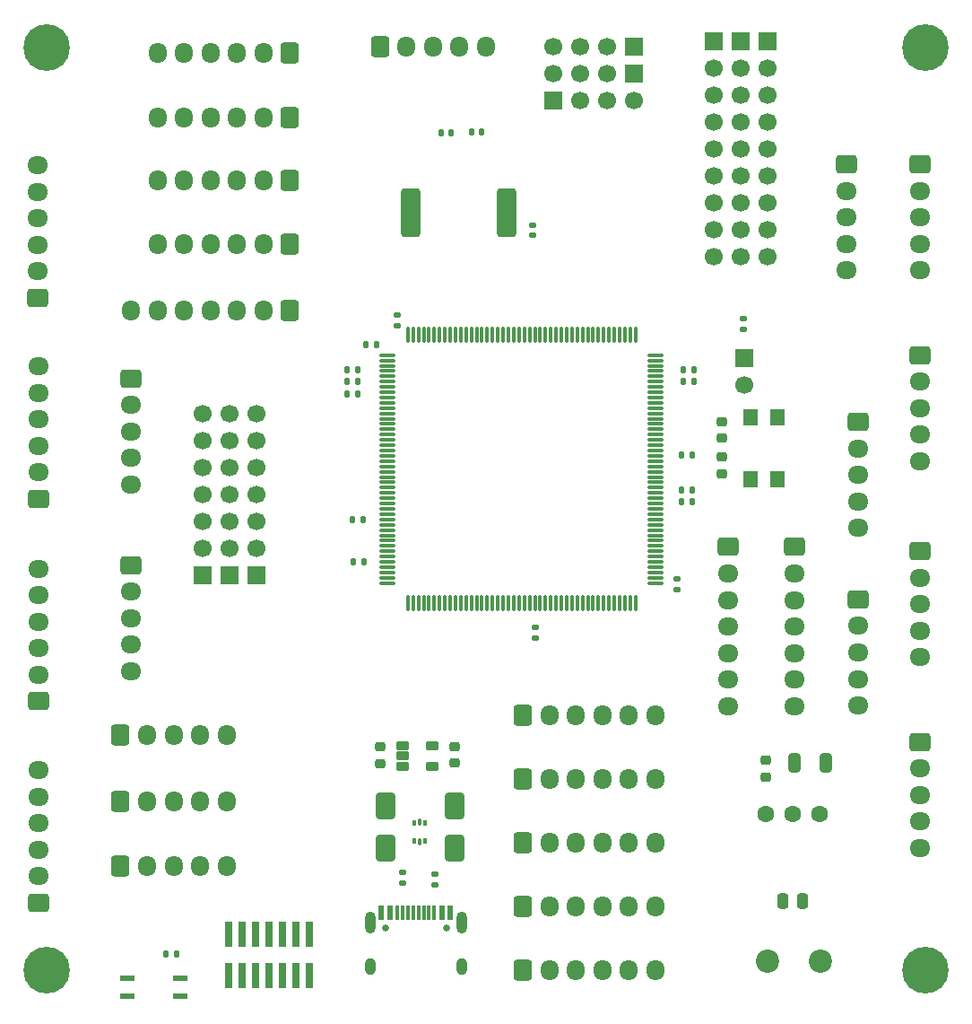
<source format=gbr>
%TF.GenerationSoftware,KiCad,Pcbnew,9.0.4-9.0.4-0~ubuntu24.04.1*%
%TF.CreationDate,2025-09-21T15:36:24+02:00*%
%TF.ProjectId,CarteMere,43617274-654d-4657-9265-2e6b69636164,rev?*%
%TF.SameCoordinates,Original*%
%TF.FileFunction,Soldermask,Top*%
%TF.FilePolarity,Negative*%
%FSLAX46Y46*%
G04 Gerber Fmt 4.6, Leading zero omitted, Abs format (unit mm)*
G04 Created by KiCad (PCBNEW 9.0.4-9.0.4-0~ubuntu24.04.1) date 2025-09-21 15:36:24*
%MOMM*%
%LPD*%
G01*
G04 APERTURE LIST*
G04 Aperture macros list*
%AMRoundRect*
0 Rectangle with rounded corners*
0 $1 Rounding radius*
0 $2 $3 $4 $5 $6 $7 $8 $9 X,Y pos of 4 corners*
0 Add a 4 corners polygon primitive as box body*
4,1,4,$2,$3,$4,$5,$6,$7,$8,$9,$2,$3,0*
0 Add four circle primitives for the rounded corners*
1,1,$1+$1,$2,$3*
1,1,$1+$1,$4,$5*
1,1,$1+$1,$6,$7*
1,1,$1+$1,$8,$9*
0 Add four rect primitives between the rounded corners*
20,1,$1+$1,$2,$3,$4,$5,0*
20,1,$1+$1,$4,$5,$6,$7,0*
20,1,$1+$1,$6,$7,$8,$9,0*
20,1,$1+$1,$8,$9,$2,$3,0*%
G04 Aperture macros list end*
%ADD10RoundRect,0.135000X-0.135000X-0.185000X0.135000X-0.185000X0.135000X0.185000X-0.135000X0.185000X0*%
%ADD11RoundRect,0.250000X-0.725000X0.600000X-0.725000X-0.600000X0.725000X-0.600000X0.725000X0.600000X0*%
%ADD12O,1.950000X1.700000*%
%ADD13RoundRect,0.250000X-0.600000X-0.725000X0.600000X-0.725000X0.600000X0.725000X-0.600000X0.725000X0*%
%ADD14O,1.700000X1.950000*%
%ADD15RoundRect,0.135000X0.135000X0.185000X-0.135000X0.185000X-0.135000X-0.185000X0.135000X-0.185000X0*%
%ADD16R,1.700000X1.700000*%
%ADD17C,1.700000*%
%ADD18RoundRect,0.250000X0.725000X-0.600000X0.725000X0.600000X-0.725000X0.600000X-0.725000X-0.600000X0*%
%ADD19RoundRect,0.250000X0.250000X0.475000X-0.250000X0.475000X-0.250000X-0.475000X0.250000X-0.475000X0*%
%ADD20RoundRect,0.075000X0.675000X0.075000X-0.675000X0.075000X-0.675000X-0.075000X0.675000X-0.075000X0*%
%ADD21RoundRect,0.075000X0.075000X0.675000X-0.075000X0.675000X-0.075000X-0.675000X0.075000X-0.675000X0*%
%ADD22RoundRect,0.225000X0.250000X-0.225000X0.250000X0.225000X-0.250000X0.225000X-0.250000X-0.225000X0*%
%ADD23RoundRect,0.210000X-0.490000X0.590000X-0.490000X-0.590000X0.490000X-0.590000X0.490000X0.590000X0*%
%ADD24RoundRect,0.250000X0.600000X0.725000X-0.600000X0.725000X-0.600000X-0.725000X0.600000X-0.725000X0*%
%ADD25C,4.400000*%
%ADD26RoundRect,0.135000X-0.185000X0.135000X-0.185000X-0.135000X0.185000X-0.135000X0.185000X0.135000X0*%
%ADD27RoundRect,0.135000X0.185000X-0.135000X0.185000X0.135000X-0.185000X0.135000X-0.185000X-0.135000X0*%
%ADD28RoundRect,0.093750X-0.093750X0.156250X-0.093750X-0.156250X0.093750X-0.156250X0.093750X0.156250X0*%
%ADD29RoundRect,0.075000X-0.075000X0.250000X-0.075000X-0.250000X0.075000X-0.250000X0.075000X0.250000X0*%
%ADD30RoundRect,0.270000X0.630000X-2.030000X0.630000X2.030000X-0.630000X2.030000X-0.630000X-2.030000X0*%
%ADD31RoundRect,0.102000X-0.450000X-0.300000X0.450000X-0.300000X0.450000X0.300000X-0.450000X0.300000X0*%
%ADD32RoundRect,0.140000X0.170000X-0.140000X0.170000X0.140000X-0.170000X0.140000X-0.170000X-0.140000X0*%
%ADD33RoundRect,0.250000X-0.650000X1.000000X-0.650000X-1.000000X0.650000X-1.000000X0.650000X1.000000X0*%
%ADD34RoundRect,0.250000X0.325000X0.650000X-0.325000X0.650000X-0.325000X-0.650000X0.325000X-0.650000X0*%
%ADD35RoundRect,0.140000X0.140000X0.170000X-0.140000X0.170000X-0.140000X-0.170000X0.140000X-0.170000X0*%
%ADD36R,1.350000X0.600000*%
%ADD37RoundRect,0.225000X-0.250000X0.225000X-0.250000X-0.225000X0.250000X-0.225000X0.250000X0.225000X0*%
%ADD38R,0.740000X2.400000*%
%ADD39C,0.650000*%
%ADD40R,0.600000X1.450000*%
%ADD41R,0.300000X1.450000*%
%ADD42O,1.000000X2.100000*%
%ADD43O,1.000000X1.600000*%
%ADD44RoundRect,0.140000X-0.140000X-0.170000X0.140000X-0.170000X0.140000X0.170000X-0.140000X0.170000X0*%
%ADD45C,1.600000*%
%ADD46C,2.200000*%
G04 APERTURE END LIST*
D10*
%TO.C,R12*%
X157190000Y-85500000D03*
X158210000Y-85500000D03*
%TD*%
D11*
%TO.C,J46*%
X179600000Y-65000000D03*
D12*
X179600000Y-67500000D03*
X179600000Y-70000000D03*
X179600000Y-72500000D03*
X179600000Y-75000000D03*
%TD*%
D13*
%TO.C,J42*%
X104100000Y-118800000D03*
D14*
X106600000Y-118800000D03*
X109100000Y-118800000D03*
X111600000Y-118800000D03*
X114100000Y-118800000D03*
%TD*%
D15*
%TO.C,R9*%
X127090000Y-102500000D03*
X126070000Y-102500000D03*
%TD*%
D16*
%TO.C,J39*%
X165180000Y-53380000D03*
D17*
X165180000Y-55920000D03*
X165180000Y-58460000D03*
X165180000Y-61000000D03*
X165180000Y-63540000D03*
X165180000Y-66080000D03*
X165180000Y-68620000D03*
X165180000Y-71160000D03*
X165180000Y-73700000D03*
%TD*%
D18*
%TO.C,J7*%
X96320000Y-134650000D03*
D12*
X96320000Y-132150000D03*
X96320000Y-129650000D03*
X96320000Y-127150000D03*
X96320000Y-124650000D03*
X96320000Y-122150000D03*
%TD*%
D19*
%TO.C,C36*%
X168500000Y-134500000D03*
X166600000Y-134500000D03*
%TD*%
D15*
%TO.C,R15*%
X127040000Y-98500000D03*
X126020000Y-98500000D03*
%TD*%
D20*
%TO.C,U3*%
X154645000Y-104500000D03*
X154645000Y-104000000D03*
X154645000Y-103500000D03*
X154645000Y-103000000D03*
X154645000Y-102500000D03*
X154645000Y-102000000D03*
X154645000Y-101500000D03*
X154645000Y-101000000D03*
X154645000Y-100500000D03*
X154645000Y-100000000D03*
X154645000Y-99500000D03*
X154645000Y-99000000D03*
X154645000Y-98500000D03*
X154645000Y-98000000D03*
X154645000Y-97500000D03*
X154645000Y-97000000D03*
X154645000Y-96500000D03*
X154645000Y-96000000D03*
X154645000Y-95500000D03*
X154645000Y-95000000D03*
X154645000Y-94500000D03*
X154645000Y-94000000D03*
X154645000Y-93500000D03*
X154645000Y-93000000D03*
X154645000Y-92500000D03*
X154645000Y-92000000D03*
X154645000Y-91500000D03*
X154645000Y-91000000D03*
X154645000Y-90500000D03*
X154645000Y-90000000D03*
X154645000Y-89500000D03*
X154645000Y-89000000D03*
X154645000Y-88500000D03*
X154645000Y-88000000D03*
X154645000Y-87500000D03*
X154645000Y-87000000D03*
X154645000Y-86500000D03*
X154645000Y-86000000D03*
X154645000Y-85500000D03*
X154645000Y-85000000D03*
X154645000Y-84500000D03*
X154645000Y-84000000D03*
X154645000Y-83500000D03*
X154645000Y-83000000D03*
D21*
X152720000Y-81075000D03*
X152220000Y-81075000D03*
X151720000Y-81075000D03*
X151220000Y-81075000D03*
X150720000Y-81075000D03*
X150220000Y-81075000D03*
X149720000Y-81075000D03*
X149220000Y-81075000D03*
X148720000Y-81075000D03*
X148220000Y-81075000D03*
X147720000Y-81075000D03*
X147220000Y-81075000D03*
X146720000Y-81075000D03*
X146220000Y-81075000D03*
X145720000Y-81075000D03*
X145220000Y-81075000D03*
X144720000Y-81075000D03*
X144220000Y-81075000D03*
X143720000Y-81075000D03*
X143220000Y-81075000D03*
X142720000Y-81075000D03*
X142220000Y-81075000D03*
X141720000Y-81075000D03*
X141220000Y-81075000D03*
X140720000Y-81075000D03*
X140220000Y-81075000D03*
X139720000Y-81075000D03*
X139220000Y-81075000D03*
X138720000Y-81075000D03*
X138220000Y-81075000D03*
X137720000Y-81075000D03*
X137220000Y-81075000D03*
X136720000Y-81075000D03*
X136220000Y-81075000D03*
X135720000Y-81075000D03*
X135220000Y-81075000D03*
X134720000Y-81075000D03*
X134220000Y-81075000D03*
X133720000Y-81075000D03*
X133220000Y-81075000D03*
X132720000Y-81075000D03*
X132220000Y-81075000D03*
X131720000Y-81075000D03*
X131220000Y-81075000D03*
D20*
X129295000Y-83000000D03*
X129295000Y-83500000D03*
X129295000Y-84000000D03*
X129295000Y-84500000D03*
X129295000Y-85000000D03*
X129295000Y-85500000D03*
X129295000Y-86000000D03*
X129295000Y-86500000D03*
X129295000Y-87000000D03*
X129295000Y-87500000D03*
X129295000Y-88000000D03*
X129295000Y-88500000D03*
X129295000Y-89000000D03*
X129295000Y-89500000D03*
X129295000Y-90000000D03*
X129295000Y-90500000D03*
X129295000Y-91000000D03*
X129295000Y-91500000D03*
X129295000Y-92000000D03*
X129295000Y-92500000D03*
X129295000Y-93000000D03*
X129295000Y-93500000D03*
X129295000Y-94000000D03*
X129295000Y-94500000D03*
X129295000Y-95000000D03*
X129295000Y-95500000D03*
X129295000Y-96000000D03*
X129295000Y-96500000D03*
X129295000Y-97000000D03*
X129295000Y-97500000D03*
X129295000Y-98000000D03*
X129295000Y-98500000D03*
X129295000Y-99000000D03*
X129295000Y-99500000D03*
X129295000Y-100000000D03*
X129295000Y-100500000D03*
X129295000Y-101000000D03*
X129295000Y-101500000D03*
X129295000Y-102000000D03*
X129295000Y-102500000D03*
X129295000Y-103000000D03*
X129295000Y-103500000D03*
X129295000Y-104000000D03*
X129295000Y-104500000D03*
D21*
X131220000Y-106425000D03*
X131720000Y-106425000D03*
X132220000Y-106425000D03*
X132720000Y-106425000D03*
X133220000Y-106425000D03*
X133720000Y-106425000D03*
X134220000Y-106425000D03*
X134720000Y-106425000D03*
X135220000Y-106425000D03*
X135720000Y-106425000D03*
X136220000Y-106425000D03*
X136720000Y-106425000D03*
X137220000Y-106425000D03*
X137720000Y-106425000D03*
X138220000Y-106425000D03*
X138720000Y-106425000D03*
X139220000Y-106425000D03*
X139720000Y-106425000D03*
X140220000Y-106425000D03*
X140720000Y-106425000D03*
X141220000Y-106425000D03*
X141720000Y-106425000D03*
X142220000Y-106425000D03*
X142720000Y-106425000D03*
X143220000Y-106425000D03*
X143720000Y-106425000D03*
X144220000Y-106425000D03*
X144720000Y-106425000D03*
X145220000Y-106425000D03*
X145720000Y-106425000D03*
X146220000Y-106425000D03*
X146720000Y-106425000D03*
X147220000Y-106425000D03*
X147720000Y-106425000D03*
X148220000Y-106425000D03*
X148720000Y-106425000D03*
X149220000Y-106425000D03*
X149720000Y-106425000D03*
X150220000Y-106425000D03*
X150720000Y-106425000D03*
X151220000Y-106425000D03*
X151720000Y-106425000D03*
X152220000Y-106425000D03*
X152720000Y-106425000D03*
%TD*%
D22*
%TO.C,C1*%
X128650000Y-121525000D03*
X128650000Y-119975000D03*
%TD*%
%TO.C,C4*%
X165010000Y-122775000D03*
X165010000Y-121225000D03*
%TD*%
D16*
%TO.C,J9*%
X144960000Y-58940000D03*
D17*
X147500000Y-58940000D03*
X150040000Y-58940000D03*
X152580000Y-58940000D03*
%TD*%
D23*
%TO.C,U4*%
X166110000Y-88900000D03*
X166110000Y-94700000D03*
X163540000Y-94700000D03*
X163570000Y-88900000D03*
%TD*%
D24*
%TO.C,J12*%
X120100000Y-60550000D03*
D14*
X117600000Y-60550000D03*
X115100000Y-60550000D03*
X112600000Y-60550000D03*
X110100000Y-60550000D03*
X107600000Y-60550000D03*
%TD*%
D15*
%TO.C,R8*%
X158090000Y-92400000D03*
X157070000Y-92400000D03*
%TD*%
%TO.C,R17*%
X126510000Y-85500000D03*
X125490000Y-85500000D03*
%TD*%
D25*
%TO.C,H2*%
X180100000Y-141000000D03*
%TD*%
D13*
%TO.C,J44*%
X104100000Y-125100000D03*
D14*
X106600000Y-125100000D03*
X109100000Y-125100000D03*
X111600000Y-125100000D03*
X114100000Y-125100000D03*
%TD*%
D10*
%TO.C,R14*%
X157050000Y-95710000D03*
X158070000Y-95710000D03*
%TD*%
D26*
%TO.C,R6*%
X130200000Y-79190000D03*
X130200000Y-80210000D03*
%TD*%
D27*
%TO.C,R1*%
X133750000Y-132950000D03*
X133750000Y-131930000D03*
%TD*%
D22*
%TO.C,C34*%
X160880000Y-90800000D03*
X160880000Y-89250000D03*
%TD*%
D16*
%TO.C,J22*%
X152580000Y-53860000D03*
D17*
X150040000Y-53860000D03*
X147500000Y-53860000D03*
X144960000Y-53860000D03*
%TD*%
D11*
%TO.C,J45*%
X179600000Y-119500000D03*
D12*
X179600000Y-122000000D03*
X179600000Y-124500000D03*
X179600000Y-127000000D03*
X179600000Y-129500000D03*
%TD*%
D11*
%TO.C,J37*%
X105100000Y-102800000D03*
D12*
X105100000Y-105300000D03*
X105100000Y-107800000D03*
X105100000Y-110300000D03*
X105100000Y-112800000D03*
%TD*%
D28*
%TO.C,U2*%
X132875000Y-127150000D03*
D29*
X132337500Y-127075000D03*
D28*
X131800000Y-127150000D03*
X131800000Y-128850000D03*
D29*
X132337500Y-128925000D03*
D28*
X132875000Y-128850000D03*
%TD*%
D30*
%TO.C,L1*%
X140520000Y-69600000D03*
X131520000Y-69600000D03*
%TD*%
D13*
%TO.C,J28*%
X142100000Y-141000000D03*
D14*
X144600000Y-141000000D03*
X147100000Y-141000000D03*
X149600000Y-141000000D03*
X152100000Y-141000000D03*
X154600000Y-141000000D03*
%TD*%
D25*
%TO.C,H4*%
X180100000Y-54000000D03*
%TD*%
D13*
%TO.C,J30*%
X142100000Y-129000000D03*
D14*
X144600000Y-129000000D03*
X147100000Y-129000000D03*
X149600000Y-129000000D03*
X152100000Y-129000000D03*
X154600000Y-129000000D03*
%TD*%
D31*
%TO.C,PS1*%
X130750000Y-119875000D03*
X130750000Y-120825000D03*
X130750000Y-121775000D03*
X133550000Y-121775000D03*
X133550000Y-119875000D03*
%TD*%
D32*
%TO.C,C18*%
X142970000Y-71710000D03*
X142970000Y-70750000D03*
%TD*%
D16*
%TO.C,J40*%
X160100000Y-53380000D03*
D17*
X160100000Y-55920000D03*
X160100000Y-58460000D03*
X160100000Y-61000000D03*
X160100000Y-63540000D03*
X160100000Y-66080000D03*
X160100000Y-68620000D03*
X160100000Y-71160000D03*
X160100000Y-73700000D03*
%TD*%
D33*
%TO.C,D2*%
X135600000Y-125500000D03*
X135600000Y-129500000D03*
%TD*%
D18*
%TO.C,J19*%
X96270000Y-77600000D03*
D12*
X96270000Y-75100000D03*
X96270000Y-72600000D03*
X96270000Y-70100000D03*
X96270000Y-67600000D03*
X96270000Y-65100000D03*
%TD*%
D16*
%TO.C,JP1*%
X162950000Y-83310000D03*
D17*
X162950000Y-85850000D03*
%TD*%
D11*
%TO.C,J11*%
X161500000Y-101100000D03*
D12*
X161500000Y-103600000D03*
X161500000Y-106100000D03*
X161500000Y-108600000D03*
X161500000Y-111100000D03*
X161500000Y-113600000D03*
X161500000Y-116100000D03*
%TD*%
D34*
%TO.C,C2*%
X170685000Y-121500000D03*
X167735000Y-121500000D03*
%TD*%
D24*
%TO.C,J16*%
X120100000Y-78800000D03*
D14*
X117600000Y-78800000D03*
X115100000Y-78800000D03*
X112600000Y-78800000D03*
X110100000Y-78800000D03*
X107600000Y-78800000D03*
X105100000Y-78800000D03*
%TD*%
D26*
%TO.C,R22*%
X162890000Y-79560000D03*
X162890000Y-80580000D03*
%TD*%
D35*
%TO.C,C12*%
X135300000Y-62000000D03*
X134340000Y-62000000D03*
%TD*%
D18*
%TO.C,J13*%
X96320000Y-96550000D03*
D12*
X96320000Y-94050000D03*
X96320000Y-91550000D03*
X96320000Y-89050000D03*
X96320000Y-86550000D03*
X96320000Y-84050000D03*
%TD*%
D11*
%TO.C,J33*%
X173740000Y-106050000D03*
D12*
X173740000Y-108550000D03*
X173740000Y-111050000D03*
X173740000Y-113550000D03*
X173740000Y-116050000D03*
%TD*%
D25*
%TO.C,H1*%
X97100000Y-141000000D03*
%TD*%
D10*
%TO.C,R13*%
X157190000Y-84400000D03*
X158210000Y-84400000D03*
%TD*%
D24*
%TO.C,J1*%
X120100000Y-66550000D03*
D14*
X117600000Y-66550000D03*
X115100000Y-66550000D03*
X112600000Y-66550000D03*
X110100000Y-66550000D03*
X107600000Y-66550000D03*
%TD*%
D18*
%TO.C,J5*%
X96320000Y-115650000D03*
D12*
X96320000Y-113150000D03*
X96320000Y-110650000D03*
X96320000Y-108150000D03*
X96320000Y-105650000D03*
X96320000Y-103150000D03*
%TD*%
D16*
%TO.C,J14*%
X152580000Y-56400000D03*
D17*
X150040000Y-56400000D03*
X147500000Y-56400000D03*
X144960000Y-56400000D03*
%TD*%
D13*
%TO.C,J36*%
X128600000Y-53900000D03*
D14*
X131100000Y-53900000D03*
X133600000Y-53900000D03*
X136100000Y-53900000D03*
X138600000Y-53900000D03*
%TD*%
D13*
%TO.C,J47*%
X104100000Y-131200000D03*
D14*
X106600000Y-131200000D03*
X109100000Y-131200000D03*
X111600000Y-131200000D03*
X114100000Y-131200000D03*
%TD*%
D36*
%TO.C,SW1*%
X104700000Y-143500000D03*
X109750000Y-143500000D03*
X109750000Y-141800000D03*
X104700000Y-141800000D03*
%TD*%
D16*
%TO.C,J8*%
X116920000Y-103800000D03*
D17*
X116920000Y-101260000D03*
X116920000Y-98720000D03*
X116920000Y-96180000D03*
X116920000Y-93640000D03*
X116920000Y-91100000D03*
X116920000Y-88560000D03*
%TD*%
D16*
%TO.C,J3*%
X111840000Y-103800000D03*
D17*
X111840000Y-101260000D03*
X111840000Y-98720000D03*
X111840000Y-96180000D03*
X111840000Y-93640000D03*
X111840000Y-91100000D03*
X111840000Y-88560000D03*
%TD*%
D11*
%TO.C,J34*%
X105100000Y-85200000D03*
D12*
X105100000Y-87700000D03*
X105100000Y-90200000D03*
X105100000Y-92700000D03*
X105100000Y-95200000D03*
%TD*%
D37*
%TO.C,C3*%
X135600000Y-119950000D03*
X135600000Y-121500000D03*
%TD*%
D13*
%TO.C,J29*%
X142100000Y-135000000D03*
D14*
X144600000Y-135000000D03*
X147100000Y-135000000D03*
X149600000Y-135000000D03*
X152100000Y-135000000D03*
X154600000Y-135000000D03*
%TD*%
D15*
%TO.C,R18*%
X126520000Y-86650000D03*
X125500000Y-86650000D03*
%TD*%
D11*
%TO.C,J35*%
X172600000Y-65010000D03*
D12*
X172600000Y-67510000D03*
X172600000Y-70010000D03*
X172600000Y-72510000D03*
X172600000Y-75010000D03*
%TD*%
D38*
%TO.C,J50*%
X114330000Y-141500000D03*
X114330000Y-137600000D03*
X115600000Y-141500000D03*
X115600000Y-137600000D03*
X116870000Y-141500000D03*
X116870000Y-137600000D03*
X118140000Y-141500000D03*
X118140000Y-137600000D03*
X119410000Y-141500000D03*
X119410000Y-137600000D03*
X120680000Y-141500000D03*
X120680000Y-137600000D03*
X121950000Y-141500000D03*
X121950000Y-137600000D03*
%TD*%
D26*
%TO.C,R19*%
X156620000Y-104090000D03*
X156620000Y-105110000D03*
%TD*%
D39*
%TO.C,J48*%
X129080000Y-137050000D03*
X134860000Y-137050000D03*
D40*
X128720000Y-135605000D03*
X129520000Y-135605000D03*
D41*
X130720000Y-135605000D03*
X131720000Y-135605000D03*
X132220000Y-135605000D03*
X133220000Y-135605000D03*
D40*
X134420000Y-135605000D03*
X135220000Y-135605000D03*
X135220000Y-135605000D03*
X134420000Y-135605000D03*
D41*
X133720000Y-135605000D03*
X132720000Y-135605000D03*
X131220000Y-135605000D03*
X130220000Y-135605000D03*
D40*
X129520000Y-135605000D03*
X128720000Y-135605000D03*
D42*
X127650000Y-136520000D03*
D43*
X127650000Y-140700000D03*
D42*
X136290000Y-136520000D03*
D43*
X136290000Y-140700000D03*
%TD*%
D16*
%TO.C,J32*%
X162640000Y-53380000D03*
D17*
X162640000Y-55920000D03*
X162640000Y-58460000D03*
X162640000Y-61000000D03*
X162640000Y-63540000D03*
X162640000Y-66080000D03*
X162640000Y-68620000D03*
X162640000Y-71160000D03*
X162640000Y-73700000D03*
%TD*%
D22*
%TO.C,C35*%
X160880000Y-94175000D03*
X160880000Y-92625000D03*
%TD*%
D24*
%TO.C,J6*%
X120100000Y-72550000D03*
D14*
X117600000Y-72550000D03*
X115100000Y-72550000D03*
X112600000Y-72550000D03*
X110100000Y-72550000D03*
X107600000Y-72550000D03*
%TD*%
D33*
%TO.C,D1*%
X129100000Y-125500000D03*
X129100000Y-129500000D03*
%TD*%
D16*
%TO.C,J2*%
X114380000Y-103800000D03*
D17*
X114380000Y-101260000D03*
X114380000Y-98720000D03*
X114380000Y-96180000D03*
X114380000Y-93640000D03*
X114380000Y-91100000D03*
X114380000Y-88560000D03*
%TD*%
D15*
%TO.C,R16*%
X126510000Y-84400000D03*
X125490000Y-84400000D03*
%TD*%
D44*
%TO.C,C15*%
X137240000Y-61950000D03*
X138200000Y-61950000D03*
%TD*%
D10*
%TO.C,R4*%
X127290000Y-82000000D03*
X128310000Y-82000000D03*
%TD*%
D25*
%TO.C,H3*%
X97100000Y-54000000D03*
%TD*%
D13*
%TO.C,J25*%
X142100000Y-117000000D03*
D14*
X144600000Y-117000000D03*
X147100000Y-117000000D03*
X149600000Y-117000000D03*
X152100000Y-117000000D03*
X154600000Y-117000000D03*
%TD*%
D44*
%TO.C,C6*%
X108420000Y-139520000D03*
X109380000Y-139520000D03*
%TD*%
D27*
%TO.C,R2*%
X130700000Y-132850000D03*
X130700000Y-131830000D03*
%TD*%
D26*
%TO.C,R10*%
X143220000Y-108690000D03*
X143220000Y-109710000D03*
%TD*%
D15*
%TO.C,R7*%
X158070000Y-96840000D03*
X157050000Y-96840000D03*
%TD*%
D24*
%TO.C,J18*%
X120080000Y-54480000D03*
D14*
X117580000Y-54480000D03*
X115080000Y-54480000D03*
X112580000Y-54480000D03*
X110080000Y-54480000D03*
X107580000Y-54480000D03*
%TD*%
D45*
%TO.C,U1*%
X170140000Y-126250000D03*
X167600000Y-126250000D03*
X165060000Y-126250000D03*
%TD*%
D13*
%TO.C,J27*%
X142100000Y-123000000D03*
D14*
X144600000Y-123000000D03*
X147100000Y-123000000D03*
X149600000Y-123000000D03*
X152100000Y-123000000D03*
X154600000Y-123000000D03*
%TD*%
D46*
%TO.C,J49*%
X165220000Y-140150000D03*
X170220000Y-140150000D03*
%TD*%
D11*
%TO.C,J10*%
X173740000Y-89300000D03*
D12*
X173740000Y-91800000D03*
X173740000Y-94300000D03*
X173740000Y-96800000D03*
X173740000Y-99300000D03*
%TD*%
D11*
%TO.C,J41*%
X179600000Y-83000000D03*
D12*
X179600000Y-85500000D03*
X179600000Y-88000000D03*
X179600000Y-90500000D03*
X179600000Y-93000000D03*
%TD*%
D11*
%TO.C,J17*%
X167700000Y-101100000D03*
D12*
X167700000Y-103600000D03*
X167700000Y-106100000D03*
X167700000Y-108600000D03*
X167700000Y-111100000D03*
X167700000Y-113600000D03*
X167700000Y-116100000D03*
%TD*%
D11*
%TO.C,J43*%
X179600000Y-101500000D03*
D12*
X179600000Y-104000000D03*
X179600000Y-106500000D03*
X179600000Y-109000000D03*
X179600000Y-111500000D03*
%TD*%
M02*

</source>
